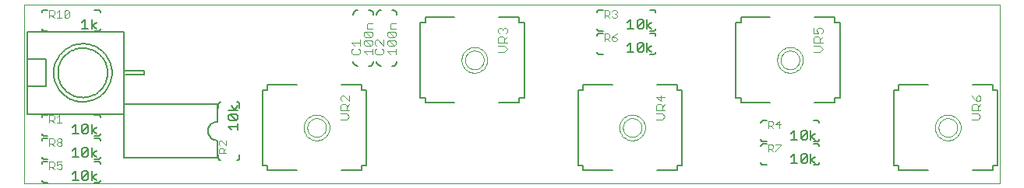
<source format=gto>
G75*
%MOIN*%
%OFA0B0*%
%FSLAX24Y24*%
%IPPOS*%
%LPD*%
%AMOC8*
5,1,8,0,0,1.08239X$1,22.5*
%
%ADD10C,0.0000*%
%ADD11C,0.0050*%
%ADD12C,0.0060*%
%ADD13C,0.0040*%
%ADD14C,0.0080*%
%ADD15C,0.0020*%
%ADD16C,0.0030*%
D10*
X000100Y000668D02*
X000100Y008345D01*
X041832Y008345D01*
X041832Y000668D01*
X000100Y000668D01*
D11*
X002154Y000798D02*
X002421Y000798D01*
X002287Y000798D02*
X002287Y001198D01*
X002154Y001065D01*
X002568Y001132D02*
X002635Y001198D01*
X002769Y001198D01*
X002835Y001132D01*
X002568Y000865D01*
X002635Y000798D01*
X002769Y000798D01*
X002835Y000865D01*
X002835Y001132D01*
X002983Y001198D02*
X002983Y000798D01*
X002983Y000932D02*
X003183Y000798D01*
X002568Y000865D02*
X002568Y001132D01*
X002983Y000932D02*
X003183Y001065D01*
X003183Y001798D02*
X002983Y001932D01*
X003183Y002065D01*
X002835Y002132D02*
X002568Y001865D01*
X002635Y001798D01*
X002769Y001798D01*
X002835Y001865D01*
X002835Y002132D01*
X002769Y002198D01*
X002635Y002198D01*
X002568Y002132D01*
X002568Y001865D01*
X002421Y001798D02*
X002154Y001798D01*
X002287Y001798D02*
X002287Y002198D01*
X002154Y002065D01*
X002983Y002198D02*
X002983Y001798D01*
X002983Y002798D02*
X002983Y003198D01*
X002835Y003132D02*
X002568Y002865D01*
X002635Y002798D01*
X002769Y002798D01*
X002835Y002865D01*
X002835Y003132D01*
X002769Y003198D01*
X002635Y003198D01*
X002568Y003132D01*
X002568Y002865D01*
X002421Y002798D02*
X002154Y002798D01*
X002287Y002798D02*
X002287Y003198D01*
X002154Y003065D01*
X002983Y002932D02*
X003183Y003065D01*
X002983Y002932D02*
X003183Y002798D01*
X004372Y003646D02*
X000238Y003646D01*
X000238Y004827D01*
X001025Y004827D01*
X001025Y006008D01*
X000238Y006008D01*
X000238Y007189D01*
X004372Y007189D01*
X004372Y005496D01*
X005238Y005496D01*
X005238Y005339D01*
X004411Y005339D01*
X004372Y005496D02*
X004372Y003646D01*
X008819Y003586D02*
X008819Y003453D01*
X008886Y003386D01*
X009153Y003386D01*
X008886Y003653D01*
X009153Y003653D01*
X009220Y003586D01*
X009220Y003453D01*
X009153Y003386D01*
X009220Y003238D02*
X009220Y002972D01*
X008953Y002972D02*
X008819Y003105D01*
X009220Y003105D01*
X008819Y003586D02*
X008886Y003653D01*
X008819Y003800D02*
X009220Y003800D01*
X009086Y003800D02*
X008953Y004000D01*
X009086Y003800D02*
X009220Y004000D01*
X001541Y005418D02*
X001543Y005483D01*
X001549Y005547D01*
X001559Y005611D01*
X001572Y005674D01*
X001590Y005736D01*
X001611Y005797D01*
X001636Y005857D01*
X001665Y005915D01*
X001697Y005971D01*
X001732Y006025D01*
X001771Y006076D01*
X001812Y006126D01*
X001857Y006173D01*
X001904Y006216D01*
X001954Y006257D01*
X002007Y006295D01*
X002061Y006330D01*
X002118Y006361D01*
X002176Y006388D01*
X002236Y006413D01*
X002297Y006433D01*
X002360Y006449D01*
X002423Y006462D01*
X002487Y006471D01*
X002552Y006476D01*
X002616Y006477D01*
X002681Y006474D01*
X002745Y006467D01*
X002809Y006456D01*
X002871Y006442D01*
X002933Y006423D01*
X002994Y006401D01*
X003053Y006375D01*
X003111Y006346D01*
X003166Y006313D01*
X003220Y006277D01*
X003271Y006237D01*
X003320Y006195D01*
X003366Y006150D01*
X003409Y006101D01*
X003449Y006051D01*
X003486Y005998D01*
X003520Y005943D01*
X003550Y005886D01*
X003577Y005827D01*
X003600Y005767D01*
X003619Y005705D01*
X003635Y005642D01*
X003647Y005579D01*
X003655Y005515D01*
X003659Y005450D01*
X003659Y005386D01*
X003655Y005321D01*
X003647Y005257D01*
X003635Y005194D01*
X003619Y005131D01*
X003600Y005069D01*
X003577Y005009D01*
X003550Y004950D01*
X003520Y004893D01*
X003486Y004838D01*
X003449Y004785D01*
X003409Y004735D01*
X003366Y004686D01*
X003320Y004641D01*
X003271Y004599D01*
X003220Y004559D01*
X003166Y004523D01*
X003111Y004490D01*
X003053Y004461D01*
X002994Y004435D01*
X002933Y004413D01*
X002871Y004394D01*
X002809Y004380D01*
X002745Y004369D01*
X002681Y004362D01*
X002616Y004359D01*
X002552Y004360D01*
X002487Y004365D01*
X002423Y004374D01*
X002360Y004387D01*
X002297Y004403D01*
X002236Y004423D01*
X002176Y004448D01*
X002118Y004475D01*
X002061Y004506D01*
X002007Y004541D01*
X001954Y004579D01*
X001904Y004620D01*
X001857Y004663D01*
X001812Y004710D01*
X001771Y004760D01*
X001732Y004811D01*
X001697Y004865D01*
X001665Y004921D01*
X001636Y004979D01*
X001611Y005039D01*
X001590Y005100D01*
X001572Y005162D01*
X001559Y005225D01*
X001549Y005289D01*
X001543Y005353D01*
X001541Y005418D01*
X001355Y005418D02*
X001357Y005488D01*
X001363Y005559D01*
X001373Y005628D01*
X001387Y005697D01*
X001405Y005766D01*
X001426Y005833D01*
X001451Y005899D01*
X001480Y005963D01*
X001513Y006025D01*
X001549Y006086D01*
X001589Y006144D01*
X001631Y006200D01*
X001677Y006254D01*
X001726Y006305D01*
X001777Y006353D01*
X001832Y006398D01*
X001888Y006440D01*
X001947Y006478D01*
X002008Y006513D01*
X002071Y006545D01*
X002136Y006573D01*
X002202Y006598D01*
X002269Y006618D01*
X002338Y006635D01*
X002407Y006648D01*
X002477Y006657D01*
X002547Y006662D01*
X002618Y006663D01*
X002688Y006660D01*
X002758Y006653D01*
X002828Y006642D01*
X002897Y006627D01*
X002965Y006608D01*
X003031Y006586D01*
X003097Y006560D01*
X003161Y006530D01*
X003223Y006496D01*
X003283Y006459D01*
X003340Y006419D01*
X003396Y006375D01*
X003449Y006329D01*
X003499Y006279D01*
X003546Y006227D01*
X003590Y006172D01*
X003631Y006115D01*
X003669Y006056D01*
X003704Y005994D01*
X003734Y005931D01*
X003762Y005866D01*
X003785Y005799D01*
X003805Y005732D01*
X003821Y005663D01*
X003833Y005594D01*
X003841Y005524D01*
X003845Y005453D01*
X003845Y005383D01*
X003841Y005312D01*
X003833Y005242D01*
X003821Y005173D01*
X003805Y005104D01*
X003785Y005037D01*
X003762Y004970D01*
X003734Y004905D01*
X003704Y004842D01*
X003669Y004780D01*
X003631Y004721D01*
X003590Y004664D01*
X003546Y004609D01*
X003499Y004557D01*
X003449Y004507D01*
X003396Y004461D01*
X003340Y004417D01*
X003283Y004377D01*
X003222Y004340D01*
X003161Y004306D01*
X003097Y004276D01*
X003031Y004250D01*
X002965Y004228D01*
X002897Y004209D01*
X002828Y004194D01*
X002758Y004183D01*
X002688Y004176D01*
X002618Y004173D01*
X002547Y004174D01*
X002477Y004179D01*
X002407Y004188D01*
X002338Y004201D01*
X002269Y004218D01*
X002202Y004238D01*
X002136Y004263D01*
X002071Y004291D01*
X002008Y004323D01*
X001947Y004358D01*
X001888Y004396D01*
X001832Y004438D01*
X001777Y004483D01*
X001726Y004531D01*
X001677Y004582D01*
X001631Y004636D01*
X001589Y004692D01*
X001549Y004750D01*
X001513Y004811D01*
X001480Y004873D01*
X001451Y004937D01*
X001426Y005003D01*
X001405Y005070D01*
X001387Y005139D01*
X001373Y005208D01*
X001363Y005277D01*
X001357Y005348D01*
X001355Y005418D01*
X000238Y004827D02*
X000238Y006008D01*
X002568Y007298D02*
X002835Y007298D01*
X002702Y007298D02*
X002702Y007698D01*
X002568Y007565D01*
X002983Y007432D02*
X003183Y007565D01*
X002983Y007432D02*
X003183Y007298D01*
X002983Y007298D02*
X002983Y007698D01*
X025904Y007565D02*
X026037Y007698D01*
X026037Y007298D01*
X025904Y007298D02*
X026171Y007298D01*
X026318Y007365D02*
X026585Y007632D01*
X026585Y007365D01*
X026519Y007298D01*
X026385Y007298D01*
X026318Y007365D01*
X026318Y007632D01*
X026385Y007698D01*
X026519Y007698D01*
X026585Y007632D01*
X026733Y007698D02*
X026733Y007298D01*
X026733Y007432D02*
X026933Y007298D01*
X026733Y007432D02*
X026933Y007565D01*
X026733Y006698D02*
X026733Y006298D01*
X026733Y006432D02*
X026933Y006298D01*
X026733Y006432D02*
X026933Y006565D01*
X026585Y006632D02*
X026519Y006698D01*
X026385Y006698D01*
X026318Y006632D01*
X026318Y006365D01*
X026585Y006632D01*
X026585Y006365D01*
X026519Y006298D01*
X026385Y006298D01*
X026318Y006365D01*
X026171Y006298D02*
X025904Y006298D01*
X026037Y006298D02*
X026037Y006698D01*
X025904Y006565D01*
X032904Y002815D02*
X033037Y002948D01*
X033037Y002548D01*
X032904Y002548D02*
X033171Y002548D01*
X033318Y002615D02*
X033385Y002548D01*
X033519Y002548D01*
X033585Y002615D01*
X033585Y002882D01*
X033318Y002615D01*
X033318Y002882D01*
X033385Y002948D01*
X033519Y002948D01*
X033585Y002882D01*
X033733Y002948D02*
X033733Y002548D01*
X033733Y002682D02*
X033933Y002548D01*
X033733Y002682D02*
X033933Y002815D01*
X033733Y001948D02*
X033733Y001548D01*
X033733Y001682D02*
X033933Y001548D01*
X033585Y001615D02*
X033519Y001548D01*
X033385Y001548D01*
X033318Y001615D01*
X033585Y001882D01*
X033585Y001615D01*
X033733Y001682D02*
X033933Y001815D01*
X033585Y001882D02*
X033519Y001948D01*
X033385Y001948D01*
X033318Y001882D01*
X033318Y001615D01*
X033171Y001548D02*
X032904Y001548D01*
X033037Y001548D02*
X033037Y001948D01*
X032904Y001815D01*
D12*
X033850Y001468D02*
X034000Y001468D01*
X034017Y001470D01*
X034034Y001474D01*
X034050Y001481D01*
X034064Y001491D01*
X034077Y001504D01*
X034087Y001518D01*
X034094Y001534D01*
X034098Y001551D01*
X034100Y001568D01*
X031850Y001468D02*
X031700Y001468D01*
X031683Y001470D01*
X031666Y001474D01*
X031650Y001481D01*
X031636Y001491D01*
X031623Y001504D01*
X031613Y001518D01*
X031606Y001534D01*
X031602Y001551D01*
X031600Y001568D01*
X031600Y002268D02*
X031602Y002285D01*
X031606Y002302D01*
X031613Y002318D01*
X031623Y002332D01*
X031636Y002345D01*
X031650Y002355D01*
X031666Y002362D01*
X031683Y002366D01*
X031700Y002368D01*
X031850Y002368D01*
X031850Y002468D02*
X031700Y002468D01*
X031683Y002470D01*
X031666Y002474D01*
X031650Y002481D01*
X031636Y002491D01*
X031623Y002504D01*
X031613Y002518D01*
X031606Y002534D01*
X031602Y002551D01*
X031600Y002568D01*
X033850Y002468D02*
X034000Y002468D01*
X034017Y002470D01*
X034034Y002474D01*
X034050Y002481D01*
X034064Y002491D01*
X034077Y002504D01*
X034087Y002518D01*
X034094Y002534D01*
X034098Y002551D01*
X034100Y002568D01*
X034000Y002368D02*
X033850Y002368D01*
X034000Y002368D02*
X034017Y002366D01*
X034034Y002362D01*
X034050Y002355D01*
X034064Y002345D01*
X034077Y002332D01*
X034087Y002318D01*
X034094Y002302D01*
X034098Y002285D01*
X034100Y002268D01*
X034100Y003268D02*
X034098Y003285D01*
X034094Y003302D01*
X034087Y003318D01*
X034077Y003332D01*
X034064Y003345D01*
X034050Y003355D01*
X034034Y003362D01*
X034017Y003366D01*
X034000Y003368D01*
X033850Y003368D01*
X031850Y003368D02*
X031700Y003368D01*
X031683Y003366D01*
X031666Y003362D01*
X031650Y003355D01*
X031636Y003345D01*
X031623Y003332D01*
X031613Y003318D01*
X031606Y003302D01*
X031602Y003285D01*
X031600Y003268D01*
X027000Y006218D02*
X026850Y006218D01*
X027000Y006218D02*
X027017Y006220D01*
X027034Y006224D01*
X027050Y006231D01*
X027064Y006241D01*
X027077Y006254D01*
X027087Y006268D01*
X027094Y006284D01*
X027098Y006301D01*
X027100Y006318D01*
X024850Y006218D02*
X024700Y006218D01*
X024683Y006220D01*
X024666Y006224D01*
X024650Y006231D01*
X024636Y006241D01*
X024623Y006254D01*
X024613Y006268D01*
X024606Y006284D01*
X024602Y006301D01*
X024600Y006318D01*
X024600Y007018D02*
X024602Y007035D01*
X024606Y007052D01*
X024613Y007068D01*
X024623Y007082D01*
X024636Y007095D01*
X024650Y007105D01*
X024666Y007112D01*
X024683Y007116D01*
X024700Y007118D01*
X024850Y007118D01*
X024850Y007218D02*
X024700Y007218D01*
X024683Y007220D01*
X024666Y007224D01*
X024650Y007231D01*
X024636Y007241D01*
X024623Y007254D01*
X024613Y007268D01*
X024606Y007284D01*
X024602Y007301D01*
X024600Y007318D01*
X026850Y007218D02*
X027000Y007218D01*
X027017Y007220D01*
X027034Y007224D01*
X027050Y007231D01*
X027064Y007241D01*
X027077Y007254D01*
X027087Y007268D01*
X027094Y007284D01*
X027098Y007301D01*
X027100Y007318D01*
X027000Y007118D02*
X026850Y007118D01*
X027000Y007118D02*
X027017Y007116D01*
X027034Y007112D01*
X027050Y007105D01*
X027064Y007095D01*
X027077Y007082D01*
X027087Y007068D01*
X027094Y007052D01*
X027098Y007035D01*
X027100Y007018D01*
X027100Y008018D02*
X027098Y008035D01*
X027094Y008052D01*
X027087Y008068D01*
X027077Y008082D01*
X027064Y008095D01*
X027050Y008105D01*
X027034Y008112D01*
X027017Y008116D01*
X027000Y008118D01*
X026850Y008118D01*
X024850Y008118D02*
X024700Y008118D01*
X024683Y008116D01*
X024666Y008112D01*
X024650Y008105D01*
X024636Y008095D01*
X024623Y008082D01*
X024613Y008068D01*
X024606Y008052D01*
X024602Y008035D01*
X024600Y008018D01*
X016037Y007918D02*
X016035Y007944D01*
X016030Y007970D01*
X016022Y007995D01*
X016010Y008018D01*
X015996Y008040D01*
X015978Y008059D01*
X015959Y008077D01*
X015937Y008091D01*
X015914Y008103D01*
X015889Y008111D01*
X015863Y008116D01*
X015837Y008118D01*
X015367Y008124D02*
X015341Y008122D01*
X015315Y008117D01*
X015290Y008109D01*
X015267Y008097D01*
X015245Y008083D01*
X015226Y008065D01*
X015208Y008046D01*
X015194Y008024D01*
X015182Y008001D01*
X015174Y007976D01*
X015169Y007950D01*
X015167Y007924D01*
X015037Y007918D02*
X015035Y007944D01*
X015030Y007970D01*
X015022Y007995D01*
X015010Y008018D01*
X014996Y008040D01*
X014978Y008059D01*
X014959Y008077D01*
X014937Y008091D01*
X014914Y008103D01*
X014889Y008111D01*
X014863Y008116D01*
X014837Y008118D01*
X014367Y008124D02*
X014341Y008122D01*
X014315Y008117D01*
X014290Y008109D01*
X014267Y008097D01*
X014245Y008083D01*
X014226Y008065D01*
X014208Y008046D01*
X014194Y008024D01*
X014182Y008001D01*
X014174Y007976D01*
X014169Y007950D01*
X014167Y007924D01*
X014157Y005922D02*
X014159Y005896D01*
X014164Y005870D01*
X014172Y005845D01*
X014184Y005822D01*
X014198Y005800D01*
X014216Y005781D01*
X014235Y005763D01*
X014257Y005749D01*
X014280Y005737D01*
X014305Y005729D01*
X014331Y005724D01*
X014357Y005722D01*
X014830Y005707D02*
X014856Y005709D01*
X014882Y005714D01*
X014907Y005722D01*
X014930Y005734D01*
X014952Y005748D01*
X014971Y005766D01*
X014989Y005785D01*
X015003Y005807D01*
X015015Y005830D01*
X015023Y005855D01*
X015028Y005881D01*
X015030Y005907D01*
X015157Y005922D02*
X015159Y005896D01*
X015164Y005870D01*
X015172Y005845D01*
X015184Y005822D01*
X015198Y005800D01*
X015216Y005781D01*
X015235Y005763D01*
X015257Y005749D01*
X015280Y005737D01*
X015305Y005729D01*
X015331Y005724D01*
X015357Y005722D01*
X015830Y005707D02*
X015856Y005709D01*
X015882Y005714D01*
X015907Y005722D01*
X015930Y005734D01*
X015952Y005748D01*
X015971Y005766D01*
X015989Y005785D01*
X016003Y005807D01*
X016015Y005830D01*
X016023Y005855D01*
X016028Y005881D01*
X016030Y005907D01*
X009300Y004068D02*
X009300Y003918D01*
X009300Y004068D02*
X009298Y004085D01*
X009294Y004102D01*
X009287Y004118D01*
X009277Y004132D01*
X009264Y004145D01*
X009250Y004155D01*
X009234Y004162D01*
X009217Y004166D01*
X009200Y004168D01*
X008500Y004168D02*
X008483Y004166D01*
X008466Y004162D01*
X008450Y004155D01*
X008436Y004145D01*
X008423Y004132D01*
X008413Y004118D01*
X008406Y004102D01*
X008402Y004085D01*
X008400Y004068D01*
X008400Y003918D01*
X008350Y004068D02*
X008350Y003318D01*
X008311Y003316D01*
X008272Y003310D01*
X008234Y003301D01*
X008197Y003288D01*
X008161Y003271D01*
X008128Y003251D01*
X008096Y003227D01*
X008067Y003201D01*
X008041Y003172D01*
X008017Y003140D01*
X007997Y003107D01*
X007980Y003071D01*
X007967Y003034D01*
X007958Y002996D01*
X007952Y002957D01*
X007950Y002918D01*
X007952Y002879D01*
X007958Y002840D01*
X007967Y002802D01*
X007980Y002765D01*
X007997Y002729D01*
X008017Y002696D01*
X008041Y002664D01*
X008067Y002635D01*
X008096Y002609D01*
X008128Y002585D01*
X008161Y002565D01*
X008197Y002548D01*
X008234Y002535D01*
X008272Y002526D01*
X008311Y002520D01*
X008350Y002518D01*
X008350Y001768D01*
X004350Y001768D01*
X004350Y004068D01*
X008350Y004068D01*
X003250Y003618D02*
X003100Y003618D01*
X003250Y003618D02*
X003267Y003616D01*
X003284Y003612D01*
X003300Y003605D01*
X003314Y003595D01*
X003327Y003582D01*
X003337Y003568D01*
X003344Y003552D01*
X003348Y003535D01*
X003350Y003518D01*
X001100Y003618D02*
X000950Y003618D01*
X000933Y003616D01*
X000916Y003612D01*
X000900Y003605D01*
X000886Y003595D01*
X000873Y003582D01*
X000863Y003568D01*
X000856Y003552D01*
X000852Y003535D01*
X000850Y003518D01*
X000850Y002818D02*
X000852Y002801D01*
X000856Y002784D01*
X000863Y002768D01*
X000873Y002754D01*
X000886Y002741D01*
X000900Y002731D01*
X000916Y002724D01*
X000933Y002720D01*
X000950Y002718D01*
X001100Y002718D01*
X001100Y002618D02*
X000950Y002618D01*
X000933Y002616D01*
X000916Y002612D01*
X000900Y002605D01*
X000886Y002595D01*
X000873Y002582D01*
X000863Y002568D01*
X000856Y002552D01*
X000852Y002535D01*
X000850Y002518D01*
X003100Y002618D02*
X003250Y002618D01*
X003250Y002718D02*
X003100Y002718D01*
X003250Y002718D02*
X003267Y002720D01*
X003284Y002724D01*
X003300Y002731D01*
X003314Y002741D01*
X003327Y002754D01*
X003337Y002768D01*
X003344Y002784D01*
X003348Y002801D01*
X003350Y002818D01*
X003250Y002618D02*
X003267Y002616D01*
X003284Y002612D01*
X003300Y002605D01*
X003314Y002595D01*
X003327Y002582D01*
X003337Y002568D01*
X003344Y002552D01*
X003348Y002535D01*
X003350Y002518D01*
X003350Y001818D02*
X003348Y001801D01*
X003344Y001784D01*
X003337Y001768D01*
X003327Y001754D01*
X003314Y001741D01*
X003300Y001731D01*
X003284Y001724D01*
X003267Y001720D01*
X003250Y001718D01*
X003100Y001718D01*
X003100Y001618D02*
X003250Y001618D01*
X003267Y001616D01*
X003284Y001612D01*
X003300Y001605D01*
X003314Y001595D01*
X003327Y001582D01*
X003337Y001568D01*
X003344Y001552D01*
X003348Y001535D01*
X003350Y001518D01*
X001100Y001618D02*
X000950Y001618D01*
X000950Y001718D02*
X001100Y001718D01*
X000950Y001718D02*
X000933Y001720D01*
X000916Y001724D01*
X000900Y001731D01*
X000886Y001741D01*
X000873Y001754D01*
X000863Y001768D01*
X000856Y001784D01*
X000852Y001801D01*
X000850Y001818D01*
X000950Y001618D02*
X000933Y001616D01*
X000916Y001612D01*
X000900Y001605D01*
X000886Y001595D01*
X000873Y001582D01*
X000863Y001568D01*
X000856Y001552D01*
X000852Y001535D01*
X000850Y001518D01*
X000850Y000818D02*
X000852Y000801D01*
X000856Y000784D01*
X000863Y000768D01*
X000873Y000754D01*
X000886Y000741D01*
X000900Y000731D01*
X000916Y000724D01*
X000933Y000720D01*
X000950Y000718D01*
X001100Y000718D01*
X003100Y000718D02*
X003250Y000718D01*
X003267Y000720D01*
X003284Y000724D01*
X003300Y000731D01*
X003314Y000741D01*
X003327Y000754D01*
X003337Y000768D01*
X003344Y000784D01*
X003348Y000801D01*
X003350Y000818D01*
X008400Y001768D02*
X008400Y001918D01*
X008400Y001768D02*
X008402Y001751D01*
X008406Y001734D01*
X008413Y001718D01*
X008423Y001704D01*
X008436Y001691D01*
X008450Y001681D01*
X008466Y001674D01*
X008483Y001670D01*
X008500Y001668D01*
X009200Y001668D02*
X009217Y001670D01*
X009234Y001674D01*
X009250Y001681D01*
X009264Y001691D01*
X009277Y001704D01*
X009287Y001718D01*
X009294Y001734D01*
X009298Y001751D01*
X009300Y001768D01*
X009300Y001918D01*
X003250Y007218D02*
X003100Y007218D01*
X003250Y007218D02*
X003267Y007220D01*
X003284Y007224D01*
X003300Y007231D01*
X003314Y007241D01*
X003327Y007254D01*
X003337Y007268D01*
X003344Y007284D01*
X003348Y007301D01*
X003350Y007318D01*
X001100Y007218D02*
X000950Y007218D01*
X000933Y007220D01*
X000916Y007224D01*
X000900Y007231D01*
X000886Y007241D01*
X000873Y007254D01*
X000863Y007268D01*
X000856Y007284D01*
X000852Y007301D01*
X000850Y007318D01*
X000850Y008018D02*
X000852Y008035D01*
X000856Y008052D01*
X000863Y008068D01*
X000873Y008082D01*
X000886Y008095D01*
X000900Y008105D01*
X000916Y008112D01*
X000933Y008116D01*
X000950Y008118D01*
X001100Y008118D01*
X003100Y008118D02*
X003250Y008118D01*
X003267Y008116D01*
X003284Y008112D01*
X003300Y008105D01*
X003314Y008095D01*
X003327Y008082D01*
X003337Y008068D01*
X003344Y008052D01*
X003348Y008035D01*
X003350Y008018D01*
D13*
X002018Y008047D02*
X001811Y007841D01*
X001863Y007789D01*
X001967Y007789D01*
X002018Y007841D01*
X002018Y008047D01*
X001967Y008099D01*
X001863Y008099D01*
X001811Y008047D01*
X001811Y007841D01*
X001696Y007789D02*
X001489Y007789D01*
X001593Y007789D02*
X001593Y008099D01*
X001489Y007996D01*
X001374Y008047D02*
X001374Y007944D01*
X001322Y007892D01*
X001167Y007892D01*
X001167Y007789D02*
X001167Y008099D01*
X001322Y008099D01*
X001374Y008047D01*
X001270Y007892D02*
X001374Y007789D01*
X014101Y006707D02*
X014221Y006587D01*
X014101Y006707D02*
X014461Y006707D01*
X014461Y006587D02*
X014461Y006827D01*
X014622Y006761D02*
X014683Y006821D01*
X014923Y006580D01*
X014983Y006641D01*
X014983Y006761D01*
X014923Y006821D01*
X014683Y006821D01*
X014622Y006761D02*
X014622Y006641D01*
X014683Y006580D01*
X014923Y006580D01*
X015101Y006647D02*
X015161Y006587D01*
X015101Y006647D02*
X015101Y006767D01*
X015161Y006827D01*
X015221Y006827D01*
X015461Y006587D01*
X015461Y006827D01*
X015622Y006761D02*
X015683Y006821D01*
X015923Y006580D01*
X015983Y006641D01*
X015983Y006761D01*
X015923Y006821D01*
X015683Y006821D01*
X015622Y006761D02*
X015622Y006641D01*
X015683Y006580D01*
X015923Y006580D01*
X015983Y006452D02*
X015983Y006212D01*
X015983Y006332D02*
X015622Y006332D01*
X015743Y006212D01*
X015461Y006279D02*
X015461Y006399D01*
X015401Y006459D01*
X015161Y006459D02*
X015101Y006399D01*
X015101Y006279D01*
X015161Y006219D01*
X015401Y006219D01*
X015461Y006279D01*
X014983Y006332D02*
X014622Y006332D01*
X014743Y006212D01*
X014983Y006212D02*
X014983Y006452D01*
X014461Y006399D02*
X014401Y006459D01*
X014461Y006399D02*
X014461Y006279D01*
X014401Y006219D01*
X014161Y006219D01*
X014101Y006279D01*
X014101Y006399D01*
X014161Y006459D01*
X014683Y006949D02*
X014622Y007009D01*
X014622Y007129D01*
X014683Y007189D01*
X014923Y006949D01*
X014983Y007009D01*
X014983Y007129D01*
X014923Y007189D01*
X014683Y007189D01*
X014743Y007317D02*
X014743Y007497D01*
X014803Y007557D01*
X014983Y007557D01*
X014983Y007317D02*
X014743Y007317D01*
X015622Y007129D02*
X015683Y007189D01*
X015923Y006949D01*
X015983Y007009D01*
X015983Y007129D01*
X015923Y007189D01*
X015683Y007189D01*
X015622Y007129D02*
X015622Y007009D01*
X015683Y006949D01*
X015923Y006949D01*
X014923Y006949D02*
X014683Y006949D01*
X015743Y007317D02*
X015743Y007497D01*
X015803Y007557D01*
X015983Y007557D01*
X015983Y007317D02*
X015743Y007317D01*
X024917Y007099D02*
X024917Y006789D01*
X024917Y006892D02*
X025072Y006892D01*
X025124Y006944D01*
X025124Y007047D01*
X025072Y007099D01*
X024917Y007099D01*
X025239Y006944D02*
X025394Y006944D01*
X025446Y006892D01*
X025446Y006841D01*
X025394Y006789D01*
X025291Y006789D01*
X025239Y006841D01*
X025239Y006944D01*
X025343Y007047D01*
X025446Y007099D01*
X025124Y006789D02*
X025020Y006892D01*
X024917Y007789D02*
X024917Y008099D01*
X025072Y008099D01*
X025124Y008047D01*
X025124Y007944D01*
X025072Y007892D01*
X024917Y007892D01*
X025020Y007892D02*
X025124Y007789D01*
X025239Y007841D02*
X025291Y007789D01*
X025394Y007789D01*
X025446Y007841D01*
X025446Y007892D01*
X025394Y007944D01*
X025343Y007944D01*
X025394Y007944D02*
X025446Y007996D01*
X025446Y008047D01*
X025394Y008099D01*
X025291Y008099D01*
X025239Y008047D01*
X031917Y003349D02*
X032072Y003349D01*
X032124Y003297D01*
X032124Y003194D01*
X032072Y003142D01*
X031917Y003142D01*
X031917Y003039D02*
X031917Y003349D01*
X032239Y003194D02*
X032446Y003194D01*
X032394Y003349D02*
X032239Y003194D01*
X032124Y003039D02*
X032020Y003142D01*
X032394Y003039D02*
X032394Y003349D01*
X032446Y002349D02*
X032446Y002297D01*
X032239Y002091D01*
X032239Y002039D01*
X032124Y002039D02*
X032020Y002142D01*
X032072Y002142D02*
X031917Y002142D01*
X031917Y002039D02*
X031917Y002349D01*
X032072Y002349D01*
X032124Y002297D01*
X032124Y002194D01*
X032072Y002142D01*
X032239Y002349D02*
X032446Y002349D01*
X008729Y002307D02*
X008522Y002514D01*
X008470Y002514D01*
X008419Y002462D01*
X008419Y002359D01*
X008470Y002307D01*
X008470Y002191D02*
X008574Y002191D01*
X008625Y002140D01*
X008625Y001985D01*
X008625Y002088D02*
X008729Y002191D01*
X008729Y002307D02*
X008729Y002514D01*
X008470Y002191D02*
X008419Y002140D01*
X008419Y001985D01*
X008729Y001985D01*
X001696Y002341D02*
X001644Y002289D01*
X001541Y002289D01*
X001489Y002341D01*
X001489Y002392D01*
X001541Y002444D01*
X001644Y002444D01*
X001696Y002392D01*
X001696Y002341D01*
X001644Y002444D02*
X001696Y002496D01*
X001696Y002547D01*
X001644Y002599D01*
X001541Y002599D01*
X001489Y002547D01*
X001489Y002496D01*
X001541Y002444D01*
X001374Y002444D02*
X001322Y002392D01*
X001167Y002392D01*
X001167Y002289D02*
X001167Y002599D01*
X001322Y002599D01*
X001374Y002547D01*
X001374Y002444D01*
X001270Y002392D02*
X001374Y002289D01*
X001322Y001599D02*
X001167Y001599D01*
X001167Y001289D01*
X001167Y001392D02*
X001322Y001392D01*
X001374Y001444D01*
X001374Y001547D01*
X001322Y001599D01*
X001489Y001599D02*
X001489Y001444D01*
X001593Y001496D01*
X001644Y001496D01*
X001696Y001444D01*
X001696Y001341D01*
X001644Y001289D01*
X001541Y001289D01*
X001489Y001341D01*
X001374Y001289D02*
X001270Y001392D01*
X001489Y001599D02*
X001696Y001599D01*
X001696Y003289D02*
X001489Y003289D01*
X001593Y003289D02*
X001593Y003599D01*
X001489Y003496D01*
X001374Y003547D02*
X001374Y003444D01*
X001322Y003392D01*
X001167Y003392D01*
X001167Y003289D02*
X001167Y003599D01*
X001322Y003599D01*
X001374Y003547D01*
X001270Y003392D02*
X001374Y003289D01*
D14*
X010277Y004682D02*
X010277Y001453D01*
X010494Y001453D01*
X010494Y001237D01*
X011754Y001237D01*
X013643Y001237D02*
X014509Y001237D01*
X014509Y001453D01*
X014726Y001453D01*
X014726Y004682D01*
X014509Y004682D01*
X014509Y004898D01*
X013643Y004898D01*
X011754Y004898D02*
X010494Y004898D01*
X010494Y004682D01*
X010277Y004682D01*
X017027Y004353D02*
X017244Y004353D01*
X017244Y004137D01*
X018504Y004137D01*
X017027Y004353D02*
X017027Y007582D01*
X017244Y007582D01*
X017244Y007798D01*
X018504Y007798D01*
X020393Y007798D02*
X021259Y007798D01*
X021259Y007582D01*
X021476Y007582D01*
X021476Y004353D01*
X021259Y004353D01*
X021259Y004137D01*
X020393Y004137D01*
X023777Y004682D02*
X023994Y004682D01*
X023994Y004898D01*
X025254Y004898D01*
X023777Y004682D02*
X023777Y001453D01*
X023994Y001453D01*
X023994Y001237D01*
X025254Y001237D01*
X027143Y001237D02*
X028009Y001237D01*
X028009Y001453D01*
X028226Y001453D01*
X028226Y004682D01*
X028009Y004682D01*
X028009Y004898D01*
X027143Y004898D01*
X030527Y004353D02*
X030744Y004353D01*
X030744Y004137D01*
X032004Y004137D01*
X030527Y004353D02*
X030527Y007582D01*
X030744Y007582D01*
X030744Y007798D01*
X032004Y007798D01*
X033893Y007798D02*
X034759Y007798D01*
X034759Y007582D01*
X034976Y007582D01*
X034976Y004353D01*
X034759Y004353D01*
X034759Y004137D01*
X033893Y004137D01*
X037277Y004682D02*
X037494Y004682D01*
X037494Y004898D01*
X038754Y004898D01*
X037277Y004682D02*
X037277Y001453D01*
X037494Y001453D01*
X037494Y001237D01*
X038754Y001237D01*
X040643Y001237D02*
X041509Y001237D01*
X041509Y001453D01*
X041726Y001453D01*
X041726Y004682D01*
X041509Y004682D01*
X041509Y004898D01*
X040643Y004898D01*
D15*
X032450Y005968D02*
X032452Y006008D01*
X032458Y006047D01*
X032468Y006086D01*
X032481Y006123D01*
X032499Y006159D01*
X032520Y006193D01*
X032544Y006225D01*
X032571Y006254D01*
X032601Y006281D01*
X032633Y006304D01*
X032668Y006324D01*
X032704Y006340D01*
X032742Y006353D01*
X032781Y006362D01*
X032820Y006367D01*
X032860Y006368D01*
X032900Y006365D01*
X032939Y006358D01*
X032977Y006347D01*
X033015Y006333D01*
X033050Y006314D01*
X033083Y006293D01*
X033115Y006268D01*
X033143Y006240D01*
X033169Y006210D01*
X033191Y006177D01*
X033210Y006142D01*
X033226Y006105D01*
X033238Y006067D01*
X033246Y006028D01*
X033250Y005988D01*
X033250Y005948D01*
X033246Y005908D01*
X033238Y005869D01*
X033226Y005831D01*
X033210Y005794D01*
X033191Y005759D01*
X033169Y005726D01*
X033143Y005696D01*
X033115Y005668D01*
X033083Y005643D01*
X033050Y005622D01*
X033015Y005603D01*
X032977Y005589D01*
X032939Y005578D01*
X032900Y005571D01*
X032860Y005568D01*
X032820Y005569D01*
X032781Y005574D01*
X032742Y005583D01*
X032704Y005596D01*
X032668Y005612D01*
X032633Y005632D01*
X032601Y005655D01*
X032571Y005682D01*
X032544Y005711D01*
X032520Y005743D01*
X032499Y005777D01*
X032481Y005813D01*
X032468Y005850D01*
X032458Y005889D01*
X032452Y005928D01*
X032450Y005968D01*
X032300Y005968D02*
X032302Y006015D01*
X032308Y006061D01*
X032318Y006107D01*
X032331Y006151D01*
X032349Y006195D01*
X032370Y006236D01*
X032394Y006276D01*
X032422Y006314D01*
X032453Y006349D01*
X032487Y006381D01*
X032523Y006410D01*
X032562Y006436D01*
X032602Y006459D01*
X032645Y006478D01*
X032689Y006494D01*
X032734Y006506D01*
X032780Y006514D01*
X032827Y006518D01*
X032873Y006518D01*
X032920Y006514D01*
X032966Y006506D01*
X033011Y006494D01*
X033055Y006478D01*
X033098Y006459D01*
X033138Y006436D01*
X033177Y006410D01*
X033213Y006381D01*
X033247Y006349D01*
X033278Y006314D01*
X033306Y006276D01*
X033330Y006236D01*
X033351Y006195D01*
X033369Y006151D01*
X033382Y006107D01*
X033392Y006061D01*
X033398Y006015D01*
X033400Y005968D01*
X033398Y005921D01*
X033392Y005875D01*
X033382Y005829D01*
X033369Y005785D01*
X033351Y005741D01*
X033330Y005700D01*
X033306Y005660D01*
X033278Y005622D01*
X033247Y005587D01*
X033213Y005555D01*
X033177Y005526D01*
X033138Y005500D01*
X033098Y005477D01*
X033055Y005458D01*
X033011Y005442D01*
X032966Y005430D01*
X032920Y005422D01*
X032873Y005418D01*
X032827Y005418D01*
X032780Y005422D01*
X032734Y005430D01*
X032689Y005442D01*
X032645Y005458D01*
X032602Y005477D01*
X032562Y005500D01*
X032523Y005526D01*
X032487Y005555D01*
X032453Y005587D01*
X032422Y005622D01*
X032394Y005660D01*
X032370Y005700D01*
X032349Y005741D01*
X032331Y005785D01*
X032318Y005829D01*
X032308Y005875D01*
X032302Y005921D01*
X032300Y005968D01*
X018950Y005968D02*
X018952Y006008D01*
X018958Y006047D01*
X018968Y006086D01*
X018981Y006123D01*
X018999Y006159D01*
X019020Y006193D01*
X019044Y006225D01*
X019071Y006254D01*
X019101Y006281D01*
X019133Y006304D01*
X019168Y006324D01*
X019204Y006340D01*
X019242Y006353D01*
X019281Y006362D01*
X019320Y006367D01*
X019360Y006368D01*
X019400Y006365D01*
X019439Y006358D01*
X019477Y006347D01*
X019515Y006333D01*
X019550Y006314D01*
X019583Y006293D01*
X019615Y006268D01*
X019643Y006240D01*
X019669Y006210D01*
X019691Y006177D01*
X019710Y006142D01*
X019726Y006105D01*
X019738Y006067D01*
X019746Y006028D01*
X019750Y005988D01*
X019750Y005948D01*
X019746Y005908D01*
X019738Y005869D01*
X019726Y005831D01*
X019710Y005794D01*
X019691Y005759D01*
X019669Y005726D01*
X019643Y005696D01*
X019615Y005668D01*
X019583Y005643D01*
X019550Y005622D01*
X019515Y005603D01*
X019477Y005589D01*
X019439Y005578D01*
X019400Y005571D01*
X019360Y005568D01*
X019320Y005569D01*
X019281Y005574D01*
X019242Y005583D01*
X019204Y005596D01*
X019168Y005612D01*
X019133Y005632D01*
X019101Y005655D01*
X019071Y005682D01*
X019044Y005711D01*
X019020Y005743D01*
X018999Y005777D01*
X018981Y005813D01*
X018968Y005850D01*
X018958Y005889D01*
X018952Y005928D01*
X018950Y005968D01*
X018800Y005968D02*
X018802Y006015D01*
X018808Y006061D01*
X018818Y006107D01*
X018831Y006151D01*
X018849Y006195D01*
X018870Y006236D01*
X018894Y006276D01*
X018922Y006314D01*
X018953Y006349D01*
X018987Y006381D01*
X019023Y006410D01*
X019062Y006436D01*
X019102Y006459D01*
X019145Y006478D01*
X019189Y006494D01*
X019234Y006506D01*
X019280Y006514D01*
X019327Y006518D01*
X019373Y006518D01*
X019420Y006514D01*
X019466Y006506D01*
X019511Y006494D01*
X019555Y006478D01*
X019598Y006459D01*
X019638Y006436D01*
X019677Y006410D01*
X019713Y006381D01*
X019747Y006349D01*
X019778Y006314D01*
X019806Y006276D01*
X019830Y006236D01*
X019851Y006195D01*
X019869Y006151D01*
X019882Y006107D01*
X019892Y006061D01*
X019898Y006015D01*
X019900Y005968D01*
X019898Y005921D01*
X019892Y005875D01*
X019882Y005829D01*
X019869Y005785D01*
X019851Y005741D01*
X019830Y005700D01*
X019806Y005660D01*
X019778Y005622D01*
X019747Y005587D01*
X019713Y005555D01*
X019677Y005526D01*
X019638Y005500D01*
X019598Y005477D01*
X019555Y005458D01*
X019511Y005442D01*
X019466Y005430D01*
X019420Y005422D01*
X019373Y005418D01*
X019327Y005418D01*
X019280Y005422D01*
X019234Y005430D01*
X019189Y005442D01*
X019145Y005458D01*
X019102Y005477D01*
X019062Y005500D01*
X019023Y005526D01*
X018987Y005555D01*
X018953Y005587D01*
X018922Y005622D01*
X018894Y005660D01*
X018870Y005700D01*
X018849Y005741D01*
X018831Y005785D01*
X018818Y005829D01*
X018808Y005875D01*
X018802Y005921D01*
X018800Y005968D01*
X012200Y003068D02*
X012202Y003108D01*
X012208Y003147D01*
X012218Y003186D01*
X012231Y003223D01*
X012249Y003259D01*
X012270Y003293D01*
X012294Y003325D01*
X012321Y003354D01*
X012351Y003381D01*
X012383Y003404D01*
X012418Y003424D01*
X012454Y003440D01*
X012492Y003453D01*
X012531Y003462D01*
X012570Y003467D01*
X012610Y003468D01*
X012650Y003465D01*
X012689Y003458D01*
X012727Y003447D01*
X012765Y003433D01*
X012800Y003414D01*
X012833Y003393D01*
X012865Y003368D01*
X012893Y003340D01*
X012919Y003310D01*
X012941Y003277D01*
X012960Y003242D01*
X012976Y003205D01*
X012988Y003167D01*
X012996Y003128D01*
X013000Y003088D01*
X013000Y003048D01*
X012996Y003008D01*
X012988Y002969D01*
X012976Y002931D01*
X012960Y002894D01*
X012941Y002859D01*
X012919Y002826D01*
X012893Y002796D01*
X012865Y002768D01*
X012833Y002743D01*
X012800Y002722D01*
X012765Y002703D01*
X012727Y002689D01*
X012689Y002678D01*
X012650Y002671D01*
X012610Y002668D01*
X012570Y002669D01*
X012531Y002674D01*
X012492Y002683D01*
X012454Y002696D01*
X012418Y002712D01*
X012383Y002732D01*
X012351Y002755D01*
X012321Y002782D01*
X012294Y002811D01*
X012270Y002843D01*
X012249Y002877D01*
X012231Y002913D01*
X012218Y002950D01*
X012208Y002989D01*
X012202Y003028D01*
X012200Y003068D01*
X012050Y003068D02*
X012052Y003115D01*
X012058Y003161D01*
X012068Y003207D01*
X012081Y003251D01*
X012099Y003295D01*
X012120Y003336D01*
X012144Y003376D01*
X012172Y003414D01*
X012203Y003449D01*
X012237Y003481D01*
X012273Y003510D01*
X012312Y003536D01*
X012352Y003559D01*
X012395Y003578D01*
X012439Y003594D01*
X012484Y003606D01*
X012530Y003614D01*
X012577Y003618D01*
X012623Y003618D01*
X012670Y003614D01*
X012716Y003606D01*
X012761Y003594D01*
X012805Y003578D01*
X012848Y003559D01*
X012888Y003536D01*
X012927Y003510D01*
X012963Y003481D01*
X012997Y003449D01*
X013028Y003414D01*
X013056Y003376D01*
X013080Y003336D01*
X013101Y003295D01*
X013119Y003251D01*
X013132Y003207D01*
X013142Y003161D01*
X013148Y003115D01*
X013150Y003068D01*
X013148Y003021D01*
X013142Y002975D01*
X013132Y002929D01*
X013119Y002885D01*
X013101Y002841D01*
X013080Y002800D01*
X013056Y002760D01*
X013028Y002722D01*
X012997Y002687D01*
X012963Y002655D01*
X012927Y002626D01*
X012888Y002600D01*
X012848Y002577D01*
X012805Y002558D01*
X012761Y002542D01*
X012716Y002530D01*
X012670Y002522D01*
X012623Y002518D01*
X012577Y002518D01*
X012530Y002522D01*
X012484Y002530D01*
X012439Y002542D01*
X012395Y002558D01*
X012352Y002577D01*
X012312Y002600D01*
X012273Y002626D01*
X012237Y002655D01*
X012203Y002687D01*
X012172Y002722D01*
X012144Y002760D01*
X012120Y002800D01*
X012099Y002841D01*
X012081Y002885D01*
X012068Y002929D01*
X012058Y002975D01*
X012052Y003021D01*
X012050Y003068D01*
X025700Y003068D02*
X025702Y003108D01*
X025708Y003147D01*
X025718Y003186D01*
X025731Y003223D01*
X025749Y003259D01*
X025770Y003293D01*
X025794Y003325D01*
X025821Y003354D01*
X025851Y003381D01*
X025883Y003404D01*
X025918Y003424D01*
X025954Y003440D01*
X025992Y003453D01*
X026031Y003462D01*
X026070Y003467D01*
X026110Y003468D01*
X026150Y003465D01*
X026189Y003458D01*
X026227Y003447D01*
X026265Y003433D01*
X026300Y003414D01*
X026333Y003393D01*
X026365Y003368D01*
X026393Y003340D01*
X026419Y003310D01*
X026441Y003277D01*
X026460Y003242D01*
X026476Y003205D01*
X026488Y003167D01*
X026496Y003128D01*
X026500Y003088D01*
X026500Y003048D01*
X026496Y003008D01*
X026488Y002969D01*
X026476Y002931D01*
X026460Y002894D01*
X026441Y002859D01*
X026419Y002826D01*
X026393Y002796D01*
X026365Y002768D01*
X026333Y002743D01*
X026300Y002722D01*
X026265Y002703D01*
X026227Y002689D01*
X026189Y002678D01*
X026150Y002671D01*
X026110Y002668D01*
X026070Y002669D01*
X026031Y002674D01*
X025992Y002683D01*
X025954Y002696D01*
X025918Y002712D01*
X025883Y002732D01*
X025851Y002755D01*
X025821Y002782D01*
X025794Y002811D01*
X025770Y002843D01*
X025749Y002877D01*
X025731Y002913D01*
X025718Y002950D01*
X025708Y002989D01*
X025702Y003028D01*
X025700Y003068D01*
X025550Y003068D02*
X025552Y003115D01*
X025558Y003161D01*
X025568Y003207D01*
X025581Y003251D01*
X025599Y003295D01*
X025620Y003336D01*
X025644Y003376D01*
X025672Y003414D01*
X025703Y003449D01*
X025737Y003481D01*
X025773Y003510D01*
X025812Y003536D01*
X025852Y003559D01*
X025895Y003578D01*
X025939Y003594D01*
X025984Y003606D01*
X026030Y003614D01*
X026077Y003618D01*
X026123Y003618D01*
X026170Y003614D01*
X026216Y003606D01*
X026261Y003594D01*
X026305Y003578D01*
X026348Y003559D01*
X026388Y003536D01*
X026427Y003510D01*
X026463Y003481D01*
X026497Y003449D01*
X026528Y003414D01*
X026556Y003376D01*
X026580Y003336D01*
X026601Y003295D01*
X026619Y003251D01*
X026632Y003207D01*
X026642Y003161D01*
X026648Y003115D01*
X026650Y003068D01*
X026648Y003021D01*
X026642Y002975D01*
X026632Y002929D01*
X026619Y002885D01*
X026601Y002841D01*
X026580Y002800D01*
X026556Y002760D01*
X026528Y002722D01*
X026497Y002687D01*
X026463Y002655D01*
X026427Y002626D01*
X026388Y002600D01*
X026348Y002577D01*
X026305Y002558D01*
X026261Y002542D01*
X026216Y002530D01*
X026170Y002522D01*
X026123Y002518D01*
X026077Y002518D01*
X026030Y002522D01*
X025984Y002530D01*
X025939Y002542D01*
X025895Y002558D01*
X025852Y002577D01*
X025812Y002600D01*
X025773Y002626D01*
X025737Y002655D01*
X025703Y002687D01*
X025672Y002722D01*
X025644Y002760D01*
X025620Y002800D01*
X025599Y002841D01*
X025581Y002885D01*
X025568Y002929D01*
X025558Y002975D01*
X025552Y003021D01*
X025550Y003068D01*
X039200Y003068D02*
X039202Y003108D01*
X039208Y003147D01*
X039218Y003186D01*
X039231Y003223D01*
X039249Y003259D01*
X039270Y003293D01*
X039294Y003325D01*
X039321Y003354D01*
X039351Y003381D01*
X039383Y003404D01*
X039418Y003424D01*
X039454Y003440D01*
X039492Y003453D01*
X039531Y003462D01*
X039570Y003467D01*
X039610Y003468D01*
X039650Y003465D01*
X039689Y003458D01*
X039727Y003447D01*
X039765Y003433D01*
X039800Y003414D01*
X039833Y003393D01*
X039865Y003368D01*
X039893Y003340D01*
X039919Y003310D01*
X039941Y003277D01*
X039960Y003242D01*
X039976Y003205D01*
X039988Y003167D01*
X039996Y003128D01*
X040000Y003088D01*
X040000Y003048D01*
X039996Y003008D01*
X039988Y002969D01*
X039976Y002931D01*
X039960Y002894D01*
X039941Y002859D01*
X039919Y002826D01*
X039893Y002796D01*
X039865Y002768D01*
X039833Y002743D01*
X039800Y002722D01*
X039765Y002703D01*
X039727Y002689D01*
X039689Y002678D01*
X039650Y002671D01*
X039610Y002668D01*
X039570Y002669D01*
X039531Y002674D01*
X039492Y002683D01*
X039454Y002696D01*
X039418Y002712D01*
X039383Y002732D01*
X039351Y002755D01*
X039321Y002782D01*
X039294Y002811D01*
X039270Y002843D01*
X039249Y002877D01*
X039231Y002913D01*
X039218Y002950D01*
X039208Y002989D01*
X039202Y003028D01*
X039200Y003068D01*
X039050Y003068D02*
X039052Y003115D01*
X039058Y003161D01*
X039068Y003207D01*
X039081Y003251D01*
X039099Y003295D01*
X039120Y003336D01*
X039144Y003376D01*
X039172Y003414D01*
X039203Y003449D01*
X039237Y003481D01*
X039273Y003510D01*
X039312Y003536D01*
X039352Y003559D01*
X039395Y003578D01*
X039439Y003594D01*
X039484Y003606D01*
X039530Y003614D01*
X039577Y003618D01*
X039623Y003618D01*
X039670Y003614D01*
X039716Y003606D01*
X039761Y003594D01*
X039805Y003578D01*
X039848Y003559D01*
X039888Y003536D01*
X039927Y003510D01*
X039963Y003481D01*
X039997Y003449D01*
X040028Y003414D01*
X040056Y003376D01*
X040080Y003336D01*
X040101Y003295D01*
X040119Y003251D01*
X040132Y003207D01*
X040142Y003161D01*
X040148Y003115D01*
X040150Y003068D01*
X040148Y003021D01*
X040142Y002975D01*
X040132Y002929D01*
X040119Y002885D01*
X040101Y002841D01*
X040080Y002800D01*
X040056Y002760D01*
X040028Y002722D01*
X039997Y002687D01*
X039963Y002655D01*
X039927Y002626D01*
X039888Y002600D01*
X039848Y002577D01*
X039805Y002558D01*
X039761Y002542D01*
X039716Y002530D01*
X039670Y002522D01*
X039623Y002518D01*
X039577Y002518D01*
X039530Y002522D01*
X039484Y002530D01*
X039439Y002542D01*
X039395Y002558D01*
X039352Y002577D01*
X039312Y002600D01*
X039273Y002626D01*
X039237Y002655D01*
X039203Y002687D01*
X039172Y002722D01*
X039144Y002760D01*
X039120Y002800D01*
X039099Y002841D01*
X039081Y002885D01*
X039068Y002929D01*
X039058Y002975D01*
X039052Y003021D01*
X039050Y003068D01*
D16*
X040615Y003422D02*
X040875Y003422D01*
X041005Y003553D01*
X040875Y003683D01*
X040615Y003683D01*
X040615Y003809D02*
X040615Y004004D01*
X040680Y004069D01*
X040810Y004069D01*
X040875Y004004D01*
X040875Y003809D01*
X041005Y003809D02*
X040615Y003809D01*
X040875Y003939D02*
X041005Y004069D01*
X040940Y004196D02*
X041005Y004261D01*
X041005Y004391D01*
X040940Y004456D01*
X040875Y004456D01*
X040810Y004391D01*
X040810Y004196D01*
X040940Y004196D01*
X040810Y004196D02*
X040680Y004326D01*
X040615Y004456D01*
X034255Y006453D02*
X034125Y006322D01*
X033865Y006322D01*
X034125Y006583D02*
X034255Y006453D01*
X034125Y006583D02*
X033865Y006583D01*
X033865Y006709D02*
X033865Y006904D01*
X033930Y006969D01*
X034060Y006969D01*
X034125Y006904D01*
X034125Y006709D01*
X034255Y006709D02*
X033865Y006709D01*
X034125Y006839D02*
X034255Y006969D01*
X034190Y007096D02*
X034255Y007161D01*
X034255Y007291D01*
X034190Y007356D01*
X034060Y007356D01*
X033995Y007291D01*
X033995Y007226D01*
X034060Y007096D01*
X033865Y007096D01*
X033865Y007356D01*
X020755Y007291D02*
X020755Y007161D01*
X020690Y007096D01*
X020755Y006969D02*
X020625Y006839D01*
X020625Y006904D02*
X020625Y006709D01*
X020625Y006583D02*
X020365Y006583D01*
X020365Y006709D02*
X020365Y006904D01*
X020430Y006969D01*
X020560Y006969D01*
X020625Y006904D01*
X020755Y006709D02*
X020365Y006709D01*
X020625Y006583D02*
X020755Y006453D01*
X020625Y006322D01*
X020365Y006322D01*
X020430Y007096D02*
X020365Y007161D01*
X020365Y007291D01*
X020430Y007356D01*
X020495Y007356D01*
X020560Y007291D01*
X020625Y007356D01*
X020690Y007356D01*
X020755Y007291D01*
X020560Y007291D02*
X020560Y007226D01*
X014005Y004456D02*
X014005Y004196D01*
X013745Y004456D01*
X013680Y004456D01*
X013615Y004391D01*
X013615Y004261D01*
X013680Y004196D01*
X013680Y004069D02*
X013810Y004069D01*
X013875Y004004D01*
X013875Y003809D01*
X013875Y003683D02*
X013615Y003683D01*
X013615Y003809D02*
X013615Y004004D01*
X013680Y004069D01*
X013875Y003939D02*
X014005Y004069D01*
X014005Y003809D02*
X013615Y003809D01*
X013875Y003683D02*
X014005Y003553D01*
X013875Y003422D01*
X013615Y003422D01*
X027115Y003422D02*
X027375Y003422D01*
X027505Y003553D01*
X027375Y003683D01*
X027115Y003683D01*
X027115Y003809D02*
X027115Y004004D01*
X027180Y004069D01*
X027310Y004069D01*
X027375Y004004D01*
X027375Y003809D01*
X027505Y003809D02*
X027115Y003809D01*
X027375Y003939D02*
X027505Y004069D01*
X027310Y004196D02*
X027310Y004456D01*
X027505Y004391D02*
X027115Y004391D01*
X027310Y004196D01*
M02*

</source>
